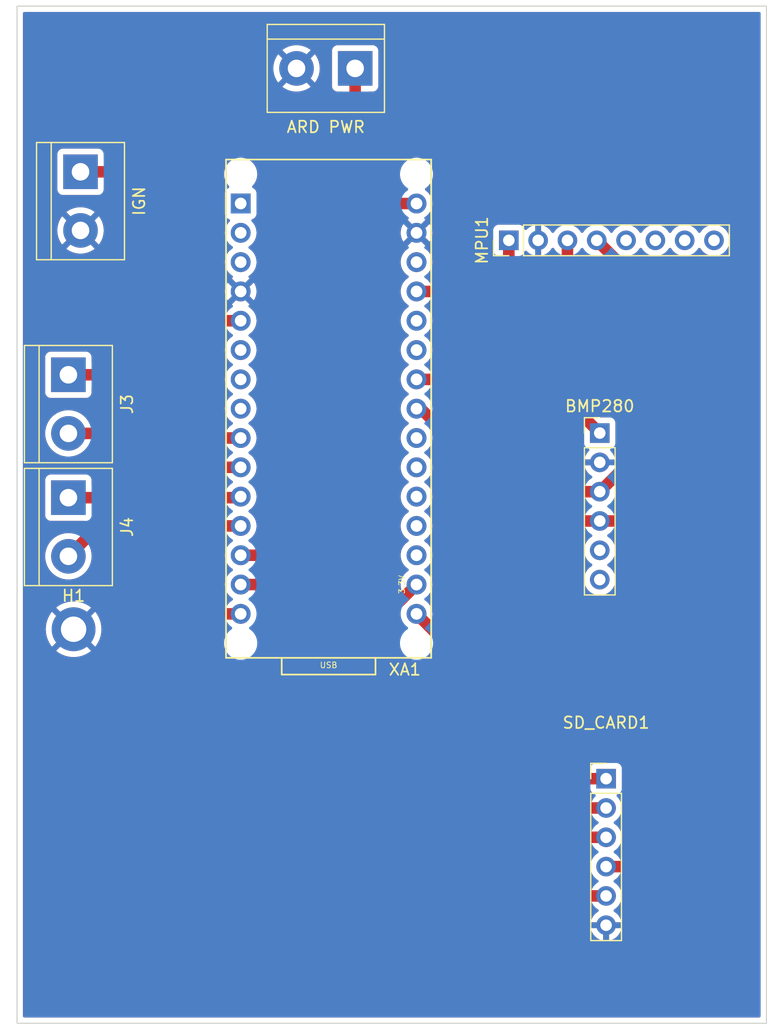
<source format=kicad_pcb>
(kicad_pcb (version 20211014) (generator pcbnew)
  (layers (0 "F.Cu" signal) (31 "B.Cu" signal) (34 "B.Paste" user) (35 "F.Paste" user) (36 "B.SilkS" user "B.Silkscreen") (37 "F.SilkS" user "F.Silkscreen") (38 "B.Mask" user) (39 "F.Mask" user) (44 "Edge.Cuts" user))
  (net 0 "")
  (net 1 "+3.3V")
  (net 2 "GND")
  (net 3 "I2C_CLK")
  (net 4 "I2C_DA")
  (net 7 "+9V")
  (net 12 "IGN")
  (net 13 "S0")
  (net 14 "S1")
  (net 15 "CS")
  (net 16 "MOSI")
  (net 17 "SCK")
  (net 18 "MISO")
  (net 20 "+5V")
  (net 28 "S2")
  (net 35 "S3")
  (footprint "Connector_PinHeader_2.54mm:PinHeader_1x06_P2.54mm_Vertical" (layer "F.Cu") (at 160.65 121.75)
    (fp_text reference "SD_CARD1" (at 0 -4.85) (layer "F.SilkS"))
    (fp_text value "Conn_01x06_Male")
    (fp_line (start -1.33 14.03) (end 1.33 14.03) (layer "F.SilkS") (width 0.12))
    (fp_line (start -1.33 0) (end -1.33 -1.33) (layer "F.SilkS") (width 0.12))
    (fp_line (start -1.33 -1.33) (end 0 -1.33) (layer "F.SilkS") (width 0.12))
    (fp_line (start 1.33 1.27) (end 1.33 14.03) (layer "F.SilkS") (width 0.12))
    (fp_line (start -1.33 1.27) (end 1.33 1.27) (layer "F.SilkS") (width 0.12))
    (fp_line (start -1.33 1.27) (end -1.33 14.03) (layer "F.SilkS") (width 0.12))
    (pad "1" thru_hole rect (at 0 0) (size 1.7 1.7) (drill 1) (layers *.Cu *.Mask) (net 1 "+3.3V"))
    (pad "2" thru_hole oval (at 0 2.54) (size 1.7 1.7) (drill 1) (layers *.Cu *.Mask) (net 15 "CS"))
    (pad "3" thru_hole oval (at 0 5.08) (size 1.7 1.7) (drill 1) (layers *.Cu *.Mask) (net 16 "MOSI"))
    (pad "4" thru_hole oval (at 0 7.62) (size 1.7 1.7) (drill 1) (layers *.Cu *.Mask) (net 17 "SCK"))
    (pad "5" thru_hole oval (at 0 10.16) (size 1.7 1.7) (drill 1) (layers *.Cu *.Mask) (net 18 "MISO"))
    (pad "6" thru_hole oval (at 0 12.7) (size 1.7 1.7) (drill 1) (layers *.Cu *.Mask) (net 2 "GND"))
  )
  (footprint "Connector_PinHeader_2.54mm:PinHeader_1x08_P2.54mm_Vertical" (layer "F.Cu") (at 152.22 75.1 90)
    (fp_text reference "MPU1" (at 0 -2.33 90) (layer "F.SilkS"))
    (fp_text value "Conn_01x08_Male")
    (fp_line (start -1.33 1.27) (end -1.33 19.11) (layer "F.SilkS") (width 0.12))
    (fp_line (start 1.33 1.27) (end 1.33 19.11) (layer "F.SilkS") (width 0.12))
    (fp_line (start -1.33 -1.33) (end 0 -1.33) (layer "F.SilkS") (width 0.12))
    (fp_line (start -1.33 1.27) (end 1.33 1.27) (layer "F.SilkS") (width 0.12))
    (fp_line (start -1.33 0) (end -1.33 -1.33) (layer "F.SilkS") (width 0.12))
    (fp_line (start -1.33 19.11) (end 1.33 19.11) (layer "F.SilkS") (width 0.12))
    (pad "1" thru_hole rect (at 0 0 90) (size 1.7 1.7) (drill 1) (layers *.Cu *.Mask) (net 20 "+5V"))
    (pad "2" thru_hole oval (at 0 2.54 90) (size 1.7 1.7) (drill 1) (layers *.Cu *.Mask) (net 2 "GND"))
    (pad "3" thru_hole oval (at 0 5.08 90) (size 1.7 1.7) (drill 1) (layers *.Cu *.Mask) (net 3 "I2C_CLK"))
    (pad "4" thru_hole oval (at 0 7.62 90) (size 1.7 1.7) (drill 1) (layers *.Cu *.Mask) (net 4 "I2C_DA"))
    (pad "5" thru_hole oval (at 0 10.16 90) (size 1.7 1.7) (drill 1) (layers *.Cu *.Mask))
    (pad "6" thru_hole oval (at 0 12.7 90) (size 1.7 1.7) (drill 1) (layers *.Cu *.Mask))
    (pad "7" thru_hole oval (at 0 15.24 90) (size 1.7 1.7) (drill 1) (layers *.Cu *.Mask))
    (pad "8" thru_hole oval (at 0 17.78 90) (size 1.7 1.7) (drill 1) (layers *.Cu *.Mask))
  )
  (footprint "Connector_PinHeader_2.54mm:PinHeader_1x06_P2.54mm_Vertical" (layer "F.Cu") (at 160.1 91.8)
    (fp_text reference "BMP280" (at 0 -2.33) (layer "F.SilkS"))
    (fp_text value "Conn_01x06_Male")
    (fp_line (start -1.33 14.03) (end 1.33 14.03) (layer "F.SilkS") (width 0.12))
    (fp_line (start -1.33 -1.33) (end 0 -1.33) (layer "F.SilkS") (width 0.12))
    (fp_line (start -1.33 1.27) (end 1.33 1.27) (layer "F.SilkS") (width 0.12))
    (fp_line (start 1.33 1.27) (end 1.33 14.03) (layer "F.SilkS") (width 0.12))
    (fp_line (start -1.33 1.27) (end -1.33 14.03) (layer "F.SilkS") (width 0.12))
    (fp_line (start -1.33 0) (end -1.33 -1.33) (layer "F.SilkS") (width 0.12))
    (pad "1" thru_hole rect (at 0 0) (size 1.7 1.7) (drill 1) (layers *.Cu *.Mask) (net 20 "+5V"))
    (pad "2" thru_hole oval (at 0 2.54) (size 1.7 1.7) (drill 1) (layers *.Cu *.Mask) (net 2 "GND"))
    (pad "3" thru_hole oval (at 0 5.08) (size 1.7 1.7) (drill 1) (layers *.Cu *.Mask) (net 3 "I2C_CLK"))
    (pad "4" thru_hole oval (at 0 7.62) (size 1.7 1.7) (drill 1) (layers *.Cu *.Mask) (net 4 "I2C_DA"))
    (pad "5" thru_hole oval (at 0 10.16) (size 1.7 1.7) (drill 1) (layers *.Cu *.Mask))
    (pad "6" thru_hole oval (at 0 12.7) (size 1.7 1.7) (drill 1) (layers *.Cu *.Mask))
  )
  (footprint "Arduino:Arduino_Nano_Socket" (layer "F.Cu") (at 136.6 111.278)
    (fp_text reference "XA1" (at 6.604 1.016) (layer "F.SilkS"))
    (fp_text value "Arduino_Nano_Socket")
    (fp_text user "3.3V" (at 6.35 -6.35 90) (layer "F.SilkS") (effects (font (size 0.5 0.5) (thickness 0.075))))
    (fp_text user "USB" (at 0 0.635) (layer "F.SilkS") (effects (font (size 0.5 0.5) (thickness 0.075))))
    (fp_line (start -4.064 0) (end -4.064 1.45) (layer "F.SilkS") (width 0.15))
    (fp_line (start -8.89 -43.18) (end -8.89 0) (layer "F.SilkS") (width 0.15))
    (fp_line (start -4.064 1.45) (end 4.064 1.45) (layer "F.SilkS") (width 0.15))
    (fp_line (start -8.89 0) (end 8.89 0) (layer "F.SilkS") (width 0.15))
    (fp_line (start 8.89 -43.18) (end 8.89 0) (layer "F.SilkS") (width 0.15))
    (fp_line (start -8.89 -43.18) (end 8.89 -43.18) (layer "F.SilkS") (width 0.15))
    (fp_line (start 4.064 1.45) (end 4.064 0) (layer "F.SilkS") (width 0.15))
    (pad "" np_thru_hole circle locked (at -7.62 -41.91) (size 1.85 1.85) (drill 1.85) (layers *.Cu *.Mask))
    (pad "" np_thru_hole circle locked (at -7.62 -1.27) (size 1.85 1.85) (drill 1.85) (layers *.Cu *.Mask))
    (pad "" np_thru_hole circle locked (at 7.62 -41.91) (size 1.85 1.85) (drill 1.85) (layers *.Cu *.Mask))
    (pad "" np_thru_hole circle locked (at 7.62 -1.27) (size 1.85 1.85) (drill 1.85) (layers *.Cu *.Mask))
    (pad "3V3" thru_hole circle locked (at 7.62 -6.35) (size 1.7272 1.7272) (drill 1.016) (layers *.Cu *.Mask) (net 1 "+3.3V"))
    (pad "5V" thru_hole circle locked (at 7.62 -31.75) (size 1.7272 1.7272) (drill 1.016) (layers *.Cu *.Mask) (net 20 "+5V"))
    (pad "A0" thru_hole circle locked (at 7.62 -11.43) (size 1.7272 1.7272) (drill 1.016) (layers *.Cu *.Mask))
    (pad "A1" thru_hole circle locked (at 7.62 -13.97) (size 1.7272 1.7272) (drill 1.016) (layers *.Cu *.Mask))
    (pad "A2" thru_hole circle locked (at 7.62 -16.51) (size 1.7272 1.7272) (drill 1.016) (layers *.Cu *.Mask))
    (pad "A3" thru_hole circle locked (at 7.62 -19.05) (size 1.7272 1.7272) (drill 1.016) (layers *.Cu *.Mask))
    (pad "A4" thru_hole circle locked (at 7.62 -21.59) (size 1.7272 1.7272) (drill 1.016) (layers *.Cu *.Mask) (net 4 "I2C_DA"))
    (pad "A5" thru_hole circle locked (at 7.62 -24.13) (size 1.7272 1.7272) (drill 1.016) (layers *.Cu *.Mask) (net 3 "I2C_CLK"))
    (pad "A6" thru_hole circle locked (at 7.62 -26.67) (size 1.7272 1.7272) (drill 1.016) (layers *.Cu *.Mask))
    (pad "A7" thru_hole circle locked (at 7.62 -29.21) (size 1.7272 1.7272) (drill 1.016) (layers *.Cu *.Mask))
    (pad "AREF" thru_hole circle locked (at 7.62 -8.89) (size 1.7272 1.7272) (drill 1.016) (layers *.Cu *.Mask))
    (pad "D0" thru_hole circle locked (at -7.62 -36.83) (size 1.7272 1.7272) (drill 1.016) (layers *.Cu *.Mask))
    (pad "D1" thru_hole rect locked (at -7.62 -39.37) (size 1.7272 1.7272) (drill 1.016) (layers *.Cu *.Mask))
    (pad "D2" thru_hole circle locked (at -7.62 -29.21) (size 1.7272 1.7272) (drill 1.016) (layers *.Cu *.Mask) (net 12 "IGN"))
    (pad "D3" thru_hole circle locked (at -7.62 -26.67) (size 1.7272 1.7272) (drill 1.016) (layers *.Cu *.Mask))
    (pad "D4" thru_hole circle locked (at -7.62 -24.13) (size 1.7272 1.7272) (drill 1.016) (layers *.Cu *.Mask))
    (pad "D5" thru_hole circle locked (at -7.62 -21.59) (size 1.7272 1.7272) (drill 1.016) (layers *.Cu *.Mask))
    (pad "D6" thru_hole circle locked (at -7.62 -19.05) (size 1.7272 1.7272) (drill 1.016) (layers *.Cu *.Mask) (net 13 "S0"))
    (pad "D7" thru_hole circle locked (at -7.62 -16.51) (size 1.7272 1.7272) (drill 1.016) (layers *.Cu *.Mask) (net 14 "S1"))
    (pad "D8" thru_hole circle locked (at -7.62 -13.97) (size 1.7272 1.7272) (drill 1.016) (layers *.Cu *.Mask) (net 28 "S2"))
    (pad "D9" thru_hole circle locked (at -7.62 -11.43) (size 1.7272 1.7272) (drill 1.016) (layers *.Cu *.Mask) (net 35 "S3"))
    (pad "D10" thru_hole circle locked (at -7.62 -8.89) (size 1.7272 1.7272) (drill 1.016) (layers *.Cu *.Mask) (net 15 "CS"))
    (pad "D11" thru_hole circle locked (at -7.62 -6.35) (size 1.7272 1.7272) (drill 1.016) (layers *.Cu *.Mask) (net 16 "MOSI"))
    (pad "D12" thru_hole circle locked (at -7.62 -3.81) (size 1.7272 1.7272) (drill 1.016) (layers *.Cu *.Mask) (net 18 "MISO"))
    (pad "D13" thru_hole circle locked (at 7.62 -3.81) (size 1.7272 1.7272) (drill 1.016) (layers *.Cu *.Mask) (net 17 "SCK"))
    (pad "GND1" thru_hole circle locked (at -7.62 -31.75) (size 1.7272 1.7272) (drill 1.016) (layers *.Cu *.Mask) (net 2 "GND"))
    (pad "GND2" thru_hole circle locked (at 7.62 -36.83) (size 1.7272 1.7272) (drill 1.016) (layers *.Cu *.Mask) (net 2 "GND"))
    (pad "RST1" thru_hole circle locked (at -7.62 -34.29) (size 1.7272 1.7272) (drill 1.016) (layers *.Cu *.Mask))
    (pad "RST2" thru_hole circle locked (at 7.62 -34.29) (size 1.7272 1.7272) (drill 1.016) (layers *.Cu *.Mask))
    (pad "VIN" thru_hole circle locked (at 7.62 -39.37) (size 1.7272 1.7272) (drill 1.016) (layers *.Cu *.Mask) (net 7 "+9V"))
  )
  (footprint "TerminalBlock:TerminalBlock_bornier-2_P5.08mm" (layer "F.Cu") (at 114.05 86.75 -90)
    (fp_text reference "J3" (at 2.54 -5.08 90) (layer "F.SilkS"))
    (fp_text value "LED STATE 1")
    (fp_line (start -2.54 -3.81) (end -2.54 3.81) (layer "F.SilkS") (width 0.12))
    (fp_line (start 7.62 2.54) (end -2.54 2.54) (layer "F.SilkS") (width 0.12))
    (fp_line (start 7.62 3.81) (end 7.62 -3.81) (layer "F.SilkS") (width 0.12))
    (fp_line (start 7.62 -3.81) (end -2.54 -3.81) (layer "F.SilkS") (width 0.12))
    (fp_line (start -2.54 3.81) (end 7.62 3.81) (layer "F.SilkS") (width 0.12))
    (pad "1" thru_hole rect (at 0 0 270) (size 3 3) (drill 1.52) (layers *.Cu *.Mask) (net 13 "S0"))
    (pad "2" thru_hole circle (at 5.08 0 270) (size 3 3) (drill 1.52) (layers *.Cu *.Mask) (net 14 "S1"))
  )
  (footprint "MountingHole:MountingHole_2.2mm_M2_DIN965_Pad" (layer "F.Cu") (at 114.5 108.8)
    (fp_text reference "H1" (at 0 -2.9) (layer "F.SilkS"))
    (fp_text value "GND")
    (pad "1" thru_hole circle (at 0 0) (size 3.8 3.8) (drill 2.2) (layers *.Cu *.Mask) (net 2 "GND"))
  )
  (footprint "TerminalBlock:TerminalBlock_bornier-2_P5.08mm" (layer "F.Cu") (at 114.05 97.4 -90)
    (fp_text reference "J4" (at 2.54 -5.08 90) (layer "F.SilkS"))
    (fp_text value "LED STATE 2")
    (fp_line (start 7.62 3.81) (end 7.62 -3.81) (layer "F.SilkS") (width 0.12))
    (fp_line (start 7.62 -3.81) (end -2.54 -3.81) (layer "F.SilkS") (width 0.12))
    (fp_line (start -2.54 3.81) (end 7.62 3.81) (layer "F.SilkS") (width 0.12))
    (fp_line (start -2.54 -3.81) (end -2.54 3.81) (layer "F.SilkS") (width 0.12))
    (fp_line (start 7.62 2.54) (end -2.54 2.54) (layer "F.SilkS") (width 0.12))
    (pad "1" thru_hole rect (at 0 0 270) (size 3 3) (drill 1.52) (layers *.Cu *.Mask) (net 28 "S2"))
    (pad "2" thru_hole circle (at 5.08 0 270) (size 3 3) (drill 1.52) (layers *.Cu *.Mask) (net 35 "S3"))
  )
  (footprint "TerminalBlock:TerminalBlock_bornier-2_P5.08mm" (layer "F.Cu") (at 115.1 69.16 -90)
    (fp_text reference "IGN" (at 2.54 -5.08 90) (layer "F.SilkS"))
    (fp_text value "IGN")
    (fp_line (start 7.62 -3.81) (end -2.54 -3.81) (layer "F.SilkS") (width 0.12))
    (fp_line (start -2.54 -3.81) (end -2.54 3.81) (layer "F.SilkS") (width 0.12))
    (fp_line (start -2.54 3.81) (end 7.62 3.81) (layer "F.SilkS") (width 0.12))
    (fp_line (start 7.62 3.81) (end 7.62 -3.81) (layer "F.SilkS") (width 0.12))
    (fp_line (start 7.62 2.54) (end -2.54 2.54) (layer "F.SilkS") (width 0.12))
    (pad "1" thru_hole rect (at 0 0 270) (size 3 3) (drill 1.52) (layers *.Cu *.Mask) (net 12 "IGN"))
    (pad "2" thru_hole circle (at 5.08 0 270) (size 3 3) (drill 1.52) (layers *.Cu *.Mask) (net 2 "GND"))
  )
  (footprint "TerminalBlock:TerminalBlock_bornier-2_P5.08mm" (layer "F.Cu") (at 138.9 60.2 180)
    (fp_text reference "ARD PWR" (at 2.54 -5.08) (layer "F.SilkS"))
    (fp_text value "ARD PWR")
    (fp_line (start 7.62 2.54) (end -2.54 2.54) (layer "F.SilkS") (width 0.12))
    (fp_line (start -2.54 3.81) (end 7.62 3.81) (layer "F.SilkS") (width 0.12))
    (fp_line (start 7.62 3.81) (end 7.62 -3.81) (layer "F.SilkS") (width 0.12))
    (fp_line (start 7.62 -3.81) (end -2.54 -3.81) (layer "F.SilkS") (width 0.12))
    (fp_line (start -2.54 -3.81) (end -2.54 3.81) (layer "F.SilkS") (width 0.12))
    (pad "1" thru_hole rect (at 0 0 180) (size 3 3) (drill 1.52) (layers *.Cu *.Mask) (net 7 "+9V"))
    (pad "2" thru_hole circle (at 5.08 0 180) (size 3 3) (drill 1.52) (layers *.Cu *.Mask) (net 2 "GND"))
  )
  (gr_rect (start 109.6 142.95) (end 174.55 54.8) (layer "Edge.Cuts") (width 0.1) (fill none))
  (segment (start 139.25 109.898) (end 144.22 104.928) (width 1) (layer "F.Cu") (net 1))
  (segment (start 145.8 121.75) (end 139.25 115.2) (width 1) (layer "F.Cu") (net 1))
  (segment (start 139.25 115.2) (end 139.25 109.898) (width 1) (layer "F.Cu") (net 1))
  (segment (start 160.65 121.75) (end 145.8 121.75) (width 1) (layer "F.Cu") (net 1))
  (segment (start 164.25 92.73) (end 160.1 96.88) (width 1) (layer "F.Cu") (net 3))
  (segment (start 164.25 85.05) (end 164.25 92.73) (width 1) (layer "F.Cu") (net 3))
  (segment (start 158.28 96.88) (end 160.1 96.88) (width 1) (layer "F.Cu") (net 3))
  (segment (start 148.548 87.148) (end 158.28 96.88) (width 1) (layer "F.Cu") (net 3))
  (segment (start 157.3 75.1) (end 157.3 78.1) (width 1) (layer "F.Cu") (net 3))
  (segment (start 157.3 78.1) (end 164.25 85.05) (width 1) (layer "F.Cu") (net 3))
  (segment (start 144.22 87.148) (end 148.548 87.148) (width 1) (layer "F.Cu") (net 3))
  (segment (start 168.9 94.55) (end 168.9 84.16) (width 1) (layer "F.Cu") (net 4))
  (segment (start 144.588 89.688) (end 154.32 99.42) (width 1) (layer "F.Cu") (net 4))
  (segment (start 154.32 99.42) (end 160.1 99.42) (width 1) (layer "F.Cu") (net 4))
  (segment (start 160.1 99.42) (end 164.03 99.42) (width 1) (layer "F.Cu") (net 4))
  (segment (start 144.22 89.688) (end 144.588 89.688) (width 1) (layer "F.Cu") (net 4))
  (segment (start 168.9 84.16) (end 159.84 75.1) (width 1) (layer "F.Cu") (net 4))
  (segment (start 164.03 99.42) (end 168.9 94.55) (width 1) (layer "F.Cu") (net 4))
  (segment (start 141.658 71.908) (end 144.22 71.908) (width 1) (layer "F.Cu") (net 7))
  (segment (start 138.9 69.15) (end 141.658 71.908) (width 1) (layer "F.Cu") (net 7))
  (segment (start 138.9 60.2) (end 138.9 69.15) (width 1) (layer "F.Cu") (net 7))
  (segment (start 122.2 73.8) (end 117.56 69.16) (width 1) (layer "F.Cu") (net 12))
  (segment (start 128.98 82.068) (end 123.918 82.068) (width 1) (layer "F.Cu") (net 12))
  (segment (start 117.56 69.16) (end 115.1 69.16) (width 1) (layer "F.Cu") (net 12))
  (segment (start 122.2 80.35) (end 122.2 73.8) (width 1) (layer "F.Cu") (net 12))
  (segment (start 123.918 82.068) (end 122.2 80.35) (width 1) (layer "F.Cu") (net 12))
  (segment (start 120.95 86.75) (end 114.05 86.75) (width 1) (layer "F.Cu") (net 13))
  (segment (start 128.98 92.228) (end 126.428 92.228) (width 1) (layer "F.Cu") (net 13))
  (segment (start 126.428 92.228) (end 120.95 86.75) (width 1) (layer "F.Cu") (net 13))
  (segment (start 114.05 91.83) (end 120.06 91.83) (width 1) (layer "F.Cu") (net 14))
  (segment (start 120.18 91.83) (end 120.06 91.83) (width 1) (layer "F.Cu") (net 14))
  (segment (start 128.98 94.768) (end 123.118 94.768) (width 1) (layer "F.Cu") (net 14))
  (segment (start 123.118 94.768) (end 120.18 91.83) (width 1) (layer "F.Cu") (net 14))
  (segment (start 135.25 120.4) (end 138.275 123.425) (width 1) (layer "F.Cu") (net 15))
  (segment (start 135.25 105.6) (end 135.25 120.4) (width 1) (layer "F.Cu") (net 15))
  (segment (start 132.038 102.388) (end 135.25 105.6) (width 1) (layer "F.Cu") (net 15))
  (segment (start 128.98 102.388) (end 132.038 102.388) (width 1) (layer "F.Cu") (net 15))
  (segment (start 139.14 124.29) (end 138.275 123.425) (width 1) (layer "F.Cu") (net 15))
  (segment (start 160.65 124.29) (end 139.14 124.29) (width 1) (layer "F.Cu") (net 15))
  (segment (start 130.428 104.928) (end 131.85 106.35) (width 1) (layer "F.Cu") (net 16))
  (segment (start 128.98 104.928) (end 130.428 104.928) (width 1) (layer "F.Cu") (net 16))
  (segment (start 131.85 121.7) (end 136.98 126.83) (width 1) (layer "F.Cu") (net 16))
  (segment (start 136.98 126.83) (end 160.65 126.83) (width 1) (layer "F.Cu") (net 16))
  (segment (start 131.85 106.35) (end 131.85 121.7) (width 1) (layer "F.Cu") (net 16))
  (segment (start 164.18 129.37) (end 167 126.55) (width 1) (layer "F.Cu") (net 17))
  (segment (start 167 117) (end 161.716 111.716) (width 1) (layer "F.Cu") (net 17))
  (segment (start 161.716 111.716) (end 148.468 111.716) (width 1) (layer "F.Cu") (net 17))
  (segment (start 160.65 129.37) (end 164.18 129.37) (width 1) (layer "F.Cu") (net 17))
  (segment (start 167 126.55) (end 167 117) (width 1) (layer "F.Cu") (net 17))
  (segment (start 148.468 111.716) (end 144.22 107.468) (width 1) (layer "F.Cu") (net 17))
  (segment (start 125.182 107.468) (end 122.75 109.9) (width 1) (layer "F.Cu") (net 18))
  (segment (start 122.75 109.9) (end 122.75 117.8) (width 1) (layer "F.Cu") (net 18))
  (segment (start 136.86 131.91) (end 160.65 131.91) (width 1) (layer "F.Cu") (net 18))
  (segment (start 122.75 117.8) (end 136.86 131.91) (width 1) (layer "F.Cu") (net 18))
  (segment (start 128.98 107.468) (end 125.182 107.468) (width 1) (layer "F.Cu") (net 18))
  (segment (start 152.22 75.1) (end 152.22 83.92) (width 1) (layer "F.Cu") (net 20))
  (segment (start 144.22 79.528) (end 150.172 79.528) (width 1) (layer "F.Cu") (net 20))
  (segment (start 150.172 79.528) (end 152.22 77.48) (width 1) (layer "F.Cu") (net 20))
  (segment (start 152.22 83.92) (end 160.1 91.8) (width 1) (layer "F.Cu") (net 20))
  (segment (start 152.22 77.48) (end 152.22 75.1) (width 1) (layer "F.Cu") (net 20))
  (segment (start 128.888 97.4) (end 128.98 97.308) (width 1) (layer "F.Cu") (net 28))
  (segment (start 114.05 97.4) (end 128.888 97.4) (width 1) (layer "F.Cu") (net 28))
  (segment (start 114.05 102.48) (end 116.682 99.848) (width 1) (layer "F.Cu") (net 35))
  (segment (start 116.682 99.848) (end 128.98 99.848) (width 1) (layer "F.Cu") (net 35))
  (zone (net 2) (net_name "GND") (layers F&B.Cu) (connect_pads (clearance 0.508)) (min_thickness 0.254) (fill yes (thermal_gap 0.508) (thermal_bridge_width 0.508))
    (polygon (pts (xy 174.55 142.95) (xy 109.6 142.95) (xy 109.6 54.8) (xy 174.55 54.8)))
  )
)
</source>
